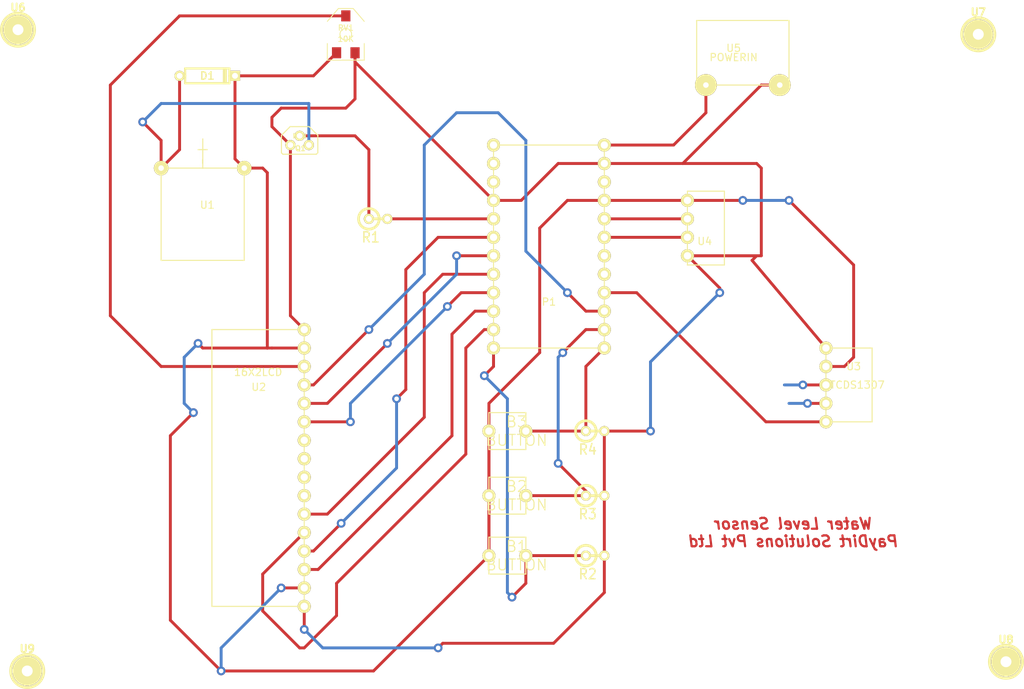
<source format=kicad_pcb>
(kicad_pcb (version 3) (host pcbnew "(2013-07-07 BZR 4022)-stable")

  (general
    (links 45)
    (no_connects 2)
    (area 32.531334 72.367 175.748666 168.044)
    (thickness 1.6)
    (drawings 1)
    (tracks 201)
    (zones 0)
    (modules 20)
    (nets 23)
  )

  (page A4 portrait)
  (title_block 
    (title "AutoMotor Controller")
    (rev 1)
    (company "PayDirt Solutions Pvt. Ltd.")
    (comment 1 Prototype-10/9/2014)
  )

  (layers
    (15 F.Cu signal)
    (0 B.Cu signal)
    (16 B.Adhes user)
    (17 F.Adhes user)
    (18 B.Paste user)
    (19 F.Paste user)
    (20 B.SilkS user)
    (21 F.SilkS user)
    (22 B.Mask user)
    (23 F.Mask user)
    (24 Dwgs.User user)
    (25 Cmts.User user)
    (26 Eco1.User user)
    (27 Eco2.User user)
    (28 Edge.Cuts user)
  )

  (setup
    (last_trace_width 0.4)
    (trace_clearance 0.15)
    (zone_clearance 0.508)
    (zone_45_only no)
    (trace_min 0.4)
    (segment_width 0.2)
    (edge_width 0.15)
    (via_size 1.2)
    (via_drill 0.635)
    (via_min_size 1.2)
    (via_min_drill 0.508)
    (uvia_size 0.508)
    (uvia_drill 0.127)
    (uvias_allowed no)
    (uvia_min_size 0.508)
    (uvia_min_drill 0.127)
    (pcb_text_width 0.3)
    (pcb_text_size 1.5 1.5)
    (mod_edge_width 0.15)
    (mod_text_size 1.5 1.5)
    (mod_text_width 0.15)
    (pad_size 4.064 4.064)
    (pad_drill 1.5)
    (pad_to_mask_clearance 0.2)
    (aux_axis_origin 0 0)
    (visible_elements 7FFFFBFF)
    (pcbplotparams
      (layerselection 3178497)
      (usegerberextensions true)
      (excludeedgelayer true)
      (linewidth 0.100000)
      (plotframeref false)
      (viasonmask false)
      (mode 1)
      (useauxorigin false)
      (hpglpennumber 1)
      (hpglpenspeed 20)
      (hpglpendiameter 15)
      (hpglpenoverlay 2)
      (psnegative false)
      (psa4output false)
      (plotreference true)
      (plotvalue true)
      (plotothertext true)
      (plotinvisibletext false)
      (padsonsilk false)
      (subtractmaskfromsilk false)
      (outputformat 1)
      (mirror false)
      (drillshape 1)
      (scaleselection 1)
      (outputdirectory ""))
  )

  (net 0 "")
  (net 1 /D5)
  (net 2 /D7)
  (net 3 /TORELOUT)
  (net 4 /V0)
  (net 5 /b1)
  (net 6 /b2)
  (net 7 /b3)
  (net 8 /rw)
  (net 9 GND)
  (net 10 N-000001)
  (net 11 N-0000013)
  (net 12 N-0000014)
  (net 13 N-0000015)
  (net 14 N-0000016)
  (net 15 N-0000017)
  (net 16 N-000002)
  (net 17 N-0000023)
  (net 18 N-000003)
  (net 19 N-000004)
  (net 20 N-000005)
  (net 21 N-000006)
  (net 22 VCC)

  (net_class Default "This is the default net class."
    (clearance 0.15)
    (trace_width 0.4)
    (via_dia 1.2)
    (via_drill 0.635)
    (uvia_dia 0.508)
    (uvia_drill 0.127)
    (add_net "")
    (add_net /D5)
    (add_net /D7)
    (add_net /TORELOUT)
    (add_net /V0)
    (add_net /b1)
    (add_net /b2)
    (add_net /b3)
    (add_net /rw)
    (add_net GND)
    (add_net N-000001)
    (add_net N-0000013)
    (add_net N-0000014)
    (add_net N-0000015)
    (add_net N-0000016)
    (add_net N-0000017)
    (add_net N-000002)
    (add_net N-0000023)
    (add_net N-000003)
    (add_net N-000004)
    (add_net N-000005)
    (add_net N-000006)
    (add_net VCC)
  )

  (module US (layer F.Cu) (tedit 542B05CB) (tstamp 54362ECC)
    (at 128.27 108.585)
    (path /542AAD2C)
    (fp_text reference U4 (at 2.3749 -3.2639) (layer F.SilkS)
      (effects (font (size 1 1) (thickness 0.15)))
    )
    (fp_text value US (at 2.8575 -1.7399) (layer F.SilkS) hide
      (effects (font (size 1 1) (thickness 0.15)))
    )
    (fp_line (start 0 0) (end 0 -10.16) (layer F.SilkS) (width 0.15))
    (fp_line (start 0 -10.16) (end 5.08 -10.16) (layer F.SilkS) (width 0.15))
    (fp_line (start 5.08 -10.16) (end 5.08 0) (layer F.SilkS) (width 0.15))
    (fp_line (start 5.08 0) (end 0 0) (layer F.SilkS) (width 0.15))
    (pad 1 thru_hole circle (at 0 -1.27) (size 1.8 1.8) (drill 1)
      (layers *.Cu *.Mask F.SilkS)
      (net 9 GND)
    )
    (pad 2 thru_hole circle (at 0 -3.81) (size 1.8 1.8) (drill 1)
      (layers *.Cu *.Mask F.SilkS)
      (net 16 N-000002)
    )
    (pad 3 thru_hole circle (at 0 -6.35) (size 1.8 1.8) (drill 1)
      (layers *.Cu *.Mask F.SilkS)
      (net 13 N-0000015)
    )
    (pad 4 thru_hole circle (at 0 -8.89) (size 1.8 1.8) (drill 1)
      (layers *.Cu *.Mask F.SilkS)
      (net 22 VCC)
    )
  )

  (module TO92PN (layer F.Cu) (tedit 50D2C7A2) (tstamp 54363419)
    (at 74.93 91.44 180)
    (path /542AAEAD)
    (fp_text reference Q1 (at -0.1 -1.1 180) (layer F.SilkS)
      (effects (font (size 0.7 0.7) (thickness 0.15)))
    )
    (fp_text value NPN (at 0 0.6 180) (layer F.SilkS)
      (effects (font (size 0.6 0.6) (thickness 0.15)))
    )
    (fp_line (start 1.3 1.9) (end -1.3 1.9) (layer F.SilkS) (width 0.15))
    (fp_line (start -2.5 -1.7) (end -2.3 -1.9) (layer F.SilkS) (width 0.15))
    (fp_line (start -2.3 -1.9) (end 2.3 -1.9) (layer F.SilkS) (width 0.15))
    (fp_line (start 2.3 -1.9) (end 2.5 -1.7) (layer F.SilkS) (width 0.15))
    (fp_line (start 2.5 -1.7) (end 2.5 0.7) (layer F.SilkS) (width 0.15))
    (fp_line (start 2.5 0.7) (end 1.3 1.9) (layer F.SilkS) (width 0.15))
    (fp_line (start -1.3 1.9) (end -2.5 0.7) (layer F.SilkS) (width 0.15))
    (fp_line (start -2.5 0.7) (end -2.5 -1.7) (layer F.SilkS) (width 0.15))
    (pad 1 thru_hole circle (at 1.27 -0.635 180) (size 1.4 1.4) (drill 0.8)
      (layers *.Cu *.Mask F.SilkS)
      (net 9 GND)
    )
    (pad 2 thru_hole circle (at 0 0.635 180) (size 1.4 1.4) (drill 0.8)
      (layers *.Cu *.Mask F.SilkS)
      (net 20 N-000005)
    )
    (pad 3 thru_hole circle (at -1.27 -0.635 180) (size 1.4 1.4) (drill 0.8)
      (layers *.Cu *.Mask F.SilkS)
      (net 21 N-000006)
    )
    (model to-xxx-packages/to92.wrl
      (at (xyz 0 0 0))
      (scale (xyz 1 1 1))
      (rotate (xyz 0 0 0))
    )
  )

  (module RTC (layer F.Cu) (tedit 542B05A3) (tstamp 54362EE9)
    (at 147.32 130.175)
    (path /542AADE0)
    (fp_text reference U3 (at 3.81 -7.62) (layer F.SilkS)
      (effects (font (size 1 1) (thickness 0.15)))
    )
    (fp_text value RTCDS1307 (at 3.81 -5.08) (layer F.SilkS)
      (effects (font (size 1 1) (thickness 0.15)))
    )
    (fp_line (start 0 0) (end 0 -2.54) (layer F.SilkS) (width 0.15))
    (fp_line (start 0 -2.54) (end 0 -10.16) (layer F.SilkS) (width 0.15))
    (fp_line (start 0 -10.16) (end 6.35 -10.16) (layer F.SilkS) (width 0.15))
    (fp_line (start 6.35 -10.16) (end 6.35 0) (layer F.SilkS) (width 0.15))
    (fp_line (start 6.35 0) (end 0 0) (layer F.SilkS) (width 0.15))
    (pad 1 thru_hole circle (at 0 -10.16) (size 1.8 1.8) (drill 1)
      (layers *.Cu *.Mask F.SilkS)
      (net 9 GND)
    )
    (pad 2 thru_hole circle (at 0 -7.62) (size 1.8 1.8) (drill 1)
      (layers *.Cu *.Mask F.SilkS)
      (net 22 VCC)
    )
    (pad 3 thru_hole circle (at 0 -5.08) (size 1.8 1.8) (drill 1)
      (layers *.Cu *.Mask F.SilkS)
      (net 18 N-000003)
    )
    (pad 4 thru_hole circle (at 0 -2.54) (size 1.8 1.8) (drill 1)
      (layers *.Cu *.Mask F.SilkS)
      (net 19 N-000004)
    )
    (pad 5 thru_hole circle (at 0 0) (size 1.8 1.8) (drill 1)
      (layers *.Cu *.Mask F.SilkS)
      (net 10 N-000001)
    )
  )

  (module RELAY5V (layer F.Cu) (tedit 542AC5CA) (tstamp 54362EF6)
    (at 55.88 107.95)
    (path /542AAE96)
    (fp_text reference U1 (at 6.35 -7.62) (layer F.SilkS)
      (effects (font (size 1 1) (thickness 0.15)))
    )
    (fp_text value RALAY5V (at 6.35 -6.35) (layer F.SilkS) hide
      (effects (font (size 1 1) (thickness 0.15)))
    )
    (fp_line (start 6.35 -15.24) (end 5.08 -15.24) (layer F.SilkS) (width 0.15))
    (fp_line (start 5.7277 -12.6746) (end 5.7277 -16.7259) (layer F.SilkS) (width 0.15))
    (fp_line (start 5.7023 -13.3477) (end 5.7023 -13.843) (layer F.SilkS) (width 0.15))
    (fp_line (start 0 0) (end 0 -12.7) (layer F.SilkS) (width 0.15))
    (fp_line (start 0 -12.7) (end 11.43 -12.7) (layer F.SilkS) (width 0.15))
    (fp_line (start 11.43 -12.7) (end 11.43 0) (layer F.SilkS) (width 0.15))
    (fp_line (start 11.43 0) (end 0 0) (layer F.SilkS) (width 0.15))
    (pad 2 thru_hole circle (at 11.43 -12.7) (size 2 2) (drill 0.762)
      (layers *.Cu *.Mask F.SilkS)
      (net 22 VCC)
    )
    (pad 3 thru_hole circle (at 0 -12.7) (size 2 2) (drill 0.762)
      (layers *.Cu *.Mask F.SilkS)
      (net 21 N-000006)
    )
  )

  (module R1 (layer F.Cu) (tedit 200000) (tstamp 54363409)
    (at 85.725 102.235)
    (descr "Resistance verticale")
    (tags R)
    (path /542AAECD)
    (autoplace_cost90 10)
    (autoplace_cost180 10)
    (fp_text reference R1 (at -1.016 2.54) (layer F.SilkS)
      (effects (font (size 1.397 1.27) (thickness 0.2032)))
    )
    (fp_text value R (at -1.143 2.54) (layer F.SilkS) hide
      (effects (font (size 1.397 1.27) (thickness 0.2032)))
    )
    (fp_line (start -1.27 0) (end 1.27 0) (layer F.SilkS) (width 0.381))
    (fp_circle (center -1.27 0) (end -0.635 1.27) (layer F.SilkS) (width 0.381))
    (pad 1 thru_hole circle (at -1.27 0) (size 1.397 1.397) (drill 0.8128)
      (layers *.Cu *.Mask F.SilkS)
      (net 20 N-000005)
    )
    (pad 2 thru_hole circle (at 1.27 0) (size 1.397 1.397) (drill 0.8128)
      (layers *.Cu *.Mask F.SilkS)
      (net 3 /TORELOUT)
    )
    (model discret/verti_resistor.wrl
      (at (xyz 0 0 0))
      (scale (xyz 1 1 1))
      (rotate (xyz 0 0 0))
    )
  )

  (module R1 (layer F.Cu) (tedit 200000) (tstamp 54362F06)
    (at 115.57 131.445)
    (descr "Resistance verticale")
    (tags R)
    (path /54317E27)
    (autoplace_cost90 10)
    (autoplace_cost180 10)
    (fp_text reference R4 (at -1.016 2.54) (layer F.SilkS)
      (effects (font (size 1.397 1.27) (thickness 0.2032)))
    )
    (fp_text value 330 (at -1.143 2.54) (layer F.SilkS) hide
      (effects (font (size 1.397 1.27) (thickness 0.2032)))
    )
    (fp_line (start -1.27 0) (end 1.27 0) (layer F.SilkS) (width 0.381))
    (fp_circle (center -1.27 0) (end -0.635 1.27) (layer F.SilkS) (width 0.381))
    (pad 1 thru_hole circle (at -1.27 0) (size 1.397 1.397) (drill 0.8128)
      (layers *.Cu *.Mask F.SilkS)
      (net 7 /b3)
    )
    (pad 2 thru_hole circle (at 1.27 0) (size 1.397 1.397) (drill 0.8128)
      (layers *.Cu *.Mask F.SilkS)
      (net 9 GND)
    )
    (model discret/verti_resistor.wrl
      (at (xyz 0 0 0))
      (scale (xyz 1 1 1))
      (rotate (xyz 0 0 0))
    )
  )

  (module R1 (layer F.Cu) (tedit 200000) (tstamp 54362F0E)
    (at 115.57 140.335)
    (descr "Resistance verticale")
    (tags R)
    (path /54317E18)
    (autoplace_cost90 10)
    (autoplace_cost180 10)
    (fp_text reference R3 (at -1.016 2.54) (layer F.SilkS)
      (effects (font (size 1.397 1.27) (thickness 0.2032)))
    )
    (fp_text value 330 (at -1.143 2.54) (layer F.SilkS) hide
      (effects (font (size 1.397 1.27) (thickness 0.2032)))
    )
    (fp_line (start -1.27 0) (end 1.27 0) (layer F.SilkS) (width 0.381))
    (fp_circle (center -1.27 0) (end -0.635 1.27) (layer F.SilkS) (width 0.381))
    (pad 1 thru_hole circle (at -1.27 0) (size 1.397 1.397) (drill 0.8128)
      (layers *.Cu *.Mask F.SilkS)
      (net 6 /b2)
    )
    (pad 2 thru_hole circle (at 1.27 0) (size 1.397 1.397) (drill 0.8128)
      (layers *.Cu *.Mask F.SilkS)
      (net 9 GND)
    )
    (model discret/verti_resistor.wrl
      (at (xyz 0 0 0))
      (scale (xyz 1 1 1))
      (rotate (xyz 0 0 0))
    )
  )

  (module R1 (layer F.Cu) (tedit 200000) (tstamp 54362F16)
    (at 115.57 148.59)
    (descr "Resistance verticale")
    (tags R)
    (path /54317DFF)
    (autoplace_cost90 10)
    (autoplace_cost180 10)
    (fp_text reference R2 (at -1.016 2.54) (layer F.SilkS)
      (effects (font (size 1.397 1.27) (thickness 0.2032)))
    )
    (fp_text value 330 (at -1.143 2.54) (layer F.SilkS) hide
      (effects (font (size 1.397 1.27) (thickness 0.2032)))
    )
    (fp_line (start -1.27 0) (end 1.27 0) (layer F.SilkS) (width 0.381))
    (fp_circle (center -1.27 0) (end -0.635 1.27) (layer F.SilkS) (width 0.381))
    (pad 1 thru_hole circle (at -1.27 0) (size 1.397 1.397) (drill 0.8128)
      (layers *.Cu *.Mask F.SilkS)
      (net 5 /b1)
    )
    (pad 2 thru_hole circle (at 1.27 0) (size 1.397 1.397) (drill 0.8128)
      (layers *.Cu *.Mask F.SilkS)
      (net 9 GND)
    )
    (model discret/verti_resistor.wrl
      (at (xyz 0 0 0))
      (scale (xyz 1 1 1))
      (rotate (xyz 0 0 0))
    )
  )

  (module PROMINI (layer F.Cu) (tedit 542B04DE) (tstamp 54362F3B)
    (at 101.6 120.015)
    (path /542AAB35)
    (fp_text reference P1 (at 7.62 -6.35) (layer F.SilkS)
      (effects (font (size 1 1) (thickness 0.15)))
    )
    (fp_text value PROMINI (at 7.62 -5.08) (layer F.SilkS) hide
      (effects (font (size 1 1) (thickness 0.15)))
    )
    (fp_line (start 0 -27.94) (end 15.24 -27.94) (layer F.SilkS) (width 0.15))
    (fp_line (start 15.24 -27.94) (end 15.24 0) (layer F.SilkS) (width 0.15))
    (fp_line (start 15.24 0) (end 0 0) (layer F.SilkS) (width 0.15))
    (fp_line (start 0 0) (end 0 -15.24) (layer F.SilkS) (width 0.15))
    (fp_line (start 0 -15.24) (end 0 -17.78) (layer F.SilkS) (width 0.15))
    (fp_line (start 0 -17.78) (end 0 -20.32) (layer F.SilkS) (width 0.15))
    (fp_line (start 0 -20.32) (end 0 -22.86) (layer F.SilkS) (width 0.15))
    (fp_line (start 0 -22.86) (end 0 -25.4) (layer F.SilkS) (width 0.15))
    (fp_line (start 0 -25.4) (end 0 -27.94) (layer F.SilkS) (width 0.15))
    (pad 1 thru_hole circle (at 0 -27.94) (size 1.8 1.8) (drill 1)
      (layers *.Cu *.Mask F.SilkS)
    )
    (pad 2 thru_hole circle (at 0 -25.4) (size 1.8 1.8) (drill 1)
      (layers *.Cu *.Mask F.SilkS)
    )
    (pad 3 thru_hole circle (at 0 -22.86) (size 1.8 1.8) (drill 1)
      (layers *.Cu *.Mask F.SilkS)
    )
    (pad 4 thru_hole circle (at 0 -20.32) (size 1.8 1.8) (drill 1)
      (layers *.Cu *.Mask F.SilkS)
      (net 9 GND)
    )
    (pad 5 thru_hole circle (at 0 -17.78) (size 1.8 1.8) (drill 1)
      (layers *.Cu *.Mask F.SilkS)
      (net 3 /TORELOUT)
    )
    (pad 6 thru_hole circle (at 0 -15.24) (size 1.8 1.8) (drill 1)
      (layers *.Cu *.Mask F.SilkS)
      (net 11 N-0000013)
    )
    (pad 7 thru_hole circle (at 0 -12.7) (size 1.8 1.8) (drill 1)
      (layers *.Cu *.Mask F.SilkS)
      (net 8 /rw)
    )
    (pad 8 thru_hole circle (at 0 -10.16) (size 1.8 1.8) (drill 1)
      (layers *.Cu *.Mask F.SilkS)
      (net 15 N-0000017)
    )
    (pad 9 thru_hole circle (at 0 -7.62) (size 1.8 1.8) (drill 1)
      (layers *.Cu *.Mask F.SilkS)
      (net 14 N-0000016)
    )
    (pad 10 thru_hole circle (at 0 -5.08) (size 1.8 1.8) (drill 1)
      (layers *.Cu *.Mask F.SilkS)
      (net 2 /D7)
    )
    (pad 11 thru_hole circle (at 0 -2.54) (size 1.8 1.8) (drill 1)
      (layers *.Cu *.Mask F.SilkS)
      (net 1 /D5)
    )
    (pad 12 thru_hole circle (at 0 0) (size 1.8 1.8) (drill 1)
      (layers *.Cu *.Mask F.SilkS)
      (net 5 /b1)
    )
    (pad 13 thru_hole circle (at 15.24 0) (size 1.8 1.8) (drill 1)
      (layers *.Cu *.Mask F.SilkS)
      (net 7 /b3)
    )
    (pad 14 thru_hole circle (at 15.24 -2.54) (size 1.8 1.8) (drill 1)
      (layers *.Cu *.Mask F.SilkS)
      (net 6 /b2)
    )
    (pad 15 thru_hole circle (at 15.24 -5.08) (size 1.8 1.8) (drill 1)
      (layers *.Cu *.Mask F.SilkS)
      (net 17 N-0000023)
    )
    (pad 16 thru_hole circle (at 15.24 -7.62) (size 1.8 1.8) (drill 1)
      (layers *.Cu *.Mask F.SilkS)
      (net 10 N-000001)
    )
    (pad 17 thru_hole circle (at 15.24 -10.16) (size 1.8 1.8) (drill 1)
      (layers *.Cu *.Mask F.SilkS)
      (net 19 N-000004)
    )
    (pad 18 thru_hole circle (at 15.24 -12.7) (size 1.8 1.8) (drill 1)
      (layers *.Cu *.Mask F.SilkS)
      (net 18 N-000003)
    )
    (pad 19 thru_hole circle (at 15.24 -15.24) (size 1.8 1.8) (drill 1)
      (layers *.Cu *.Mask F.SilkS)
      (net 16 N-000002)
    )
    (pad 20 thru_hole circle (at 15.24 -17.78) (size 1.8 1.8) (drill 1)
      (layers *.Cu *.Mask F.SilkS)
      (net 13 N-0000015)
    )
    (pad 21 thru_hole circle (at 15.24 -20.32) (size 1.8 1.8) (drill 1)
      (layers *.Cu *.Mask F.SilkS)
      (net 22 VCC)
    )
    (pad 22 thru_hole circle (at 15.24 -22.86) (size 1.8 1.8) (drill 1)
      (layers *.Cu *.Mask F.SilkS)
    )
    (pad 23 thru_hole circle (at 15.24 -25.4) (size 1.8 1.8) (drill 1)
      (layers *.Cu *.Mask F.SilkS)
      (net 9 GND)
    )
    (pad 24 thru_hole circle (at 15.24 -27.94) (size 1.8 1.8) (drill 1)
      (layers *.Cu *.Mask F.SilkS)
      (net 12 N-0000014)
    )
  )

  (module POWERPRO (layer F.Cu) (tedit 542AC555) (tstamp 54362F45)
    (at 129.54 83.82)
    (path /542AACE6)
    (fp_text reference U5 (at 5.08 -5.08) (layer F.SilkS)
      (effects (font (size 1 1) (thickness 0.15)))
    )
    (fp_text value POWERIN (at 5.08 -3.81) (layer F.SilkS)
      (effects (font (size 1 1) (thickness 0.15)))
    )
    (fp_line (start 12.7 0) (end 12.7 -8.89) (layer F.SilkS) (width 0.15))
    (fp_line (start 12.7 -8.89) (end 0 -8.89) (layer F.SilkS) (width 0.15))
    (fp_line (start 0 -8.89) (end 0 0) (layer F.SilkS) (width 0.15))
    (fp_line (start 0 0) (end 12.7 0) (layer F.SilkS) (width 0.15))
    (pad 1 thru_hole circle (at 1.27 0) (size 3 3) (drill 0.762)
      (layers *.Cu *.Mask F.SilkS)
      (net 12 N-0000014)
    )
    (pad 2 thru_hole circle (at 11.43 0) (size 3 3) (drill 0.762)
      (layers *.Cu *.Mask F.SilkS)
      (net 9 GND)
    )
  )

  (module POT_CMS (layer F.Cu) (tedit 3D638D33) (tstamp 54362F53)
    (at 81.28 76.835)
    (descr "module CMS Potentiometre")
    (tags "CMS POT")
    (path /542AB0E8)
    (attr smd)
    (fp_text reference RV1 (at 0 -0.88646) (layer F.SilkS)
      (effects (font (size 0.762 0.762) (thickness 0.127)))
    )
    (fp_text value 10K (at 0 0.635) (layer F.SilkS)
      (effects (font (size 0.762 0.762) (thickness 0.127)))
    )
    (fp_line (start -2.54 1.27) (end -2.54 3.556) (layer F.SilkS) (width 0.127))
    (fp_line (start -2.54 3.556) (end 2.54 3.556) (layer F.SilkS) (width 0.127))
    (fp_line (start 2.54 3.556) (end 2.54 1.27) (layer F.SilkS) (width 0.127))
    (fp_line (start -2.54 -1.778) (end -1.016 -3.556) (layer F.SilkS) (width 0.127))
    (fp_line (start -1.016 -3.556) (end 1.016 -3.556) (layer F.SilkS) (width 0.127))
    (fp_line (start 1.016 -3.556) (end 2.54 -1.778) (layer F.SilkS) (width 0.127))
    (fp_circle (center 0 0) (end 0.254 -0.762) (layer F.SilkS) (width 0.127))
    (pad 1 smd rect (at -1.27 2.54) (size 1.27 1.524)
      (layers F.Cu F.Paste F.Mask)
      (net 22 VCC)
    )
    (pad 2 smd rect (at 0 -2.54) (size 1.27 1.524)
      (layers F.Cu F.Paste F.Mask)
      (net 4 /V0)
    )
    (pad 3 smd rect (at 1.27 2.54) (size 1.27 1.524)
      (layers F.Cu F.Paste F.Mask)
      (net 9 GND)
    )
  )

  (module D3 (layer F.Cu) (tedit 200000) (tstamp 54362F63)
    (at 62.23 82.55)
    (descr "Diode 3 pas")
    (tags "DIODE DEV")
    (path /542AB024)
    (fp_text reference D1 (at 0 0) (layer F.SilkS)
      (effects (font (size 1.016 1.016) (thickness 0.2032)))
    )
    (fp_text value DIODE (at 0 0) (layer F.SilkS) hide
      (effects (font (size 1.016 1.016) (thickness 0.2032)))
    )
    (fp_line (start 3.81 0) (end 3.048 0) (layer F.SilkS) (width 0.3048))
    (fp_line (start 3.048 0) (end 3.048 -1.016) (layer F.SilkS) (width 0.3048))
    (fp_line (start 3.048 -1.016) (end -3.048 -1.016) (layer F.SilkS) (width 0.3048))
    (fp_line (start -3.048 -1.016) (end -3.048 0) (layer F.SilkS) (width 0.3048))
    (fp_line (start -3.048 0) (end -3.81 0) (layer F.SilkS) (width 0.3048))
    (fp_line (start -3.048 0) (end -3.048 1.016) (layer F.SilkS) (width 0.3048))
    (fp_line (start -3.048 1.016) (end 3.048 1.016) (layer F.SilkS) (width 0.3048))
    (fp_line (start 3.048 1.016) (end 3.048 0) (layer F.SilkS) (width 0.3048))
    (fp_line (start 2.54 -1.016) (end 2.54 1.016) (layer F.SilkS) (width 0.3048))
    (fp_line (start 2.286 1.016) (end 2.286 -1.016) (layer F.SilkS) (width 0.3048))
    (pad 2 thru_hole rect (at 3.81 0) (size 1.397 1.397) (drill 0.8128)
      (layers *.Cu *.Mask F.SilkS)
      (net 22 VCC)
    )
    (pad 1 thru_hole circle (at -3.81 0) (size 1.397 1.397) (drill 0.8128)
      (layers *.Cu *.Mask F.SilkS)
      (net 21 N-000006)
    )
    (model discret/diode.wrl
      (at (xyz 0 0 0))
      (scale (xyz 0.3 0.3 0.3))
      (rotate (xyz 0 0 0))
    )
  )

  (module button (layer F.Cu) (tedit 542B0EA1) (tstamp 54362F6D)
    (at 100.965 151.13)
    (path /542B1057)
    (fp_text reference B1 (at 3.81 -3.81) (layer F.SilkS)
      (effects (font (size 1.5 1.5) (thickness 0.15)))
    )
    (fp_text value BUTTON (at 3.81 -1.27) (layer F.SilkS)
      (effects (font (size 1.5 1.5) (thickness 0.15)))
    )
    (fp_line (start 0 0) (end 5.08 0) (layer F.SilkS) (width 0.15))
    (fp_line (start 5.08 0) (end 5.08 -5.08) (layer F.SilkS) (width 0.15))
    (fp_line (start 5.08 -5.08) (end 0 -5.08) (layer F.SilkS) (width 0.15))
    (fp_line (start 0 -5.08) (end 0 0) (layer F.SilkS) (width 0.15))
    (pad 1 thru_hole circle (at 0 -2.54) (size 1.8 1.8) (drill 1)
      (layers *.Cu *.Mask F.SilkS)
      (net 22 VCC)
    )
    (pad 2 thru_hole circle (at 5.08 -2.54) (size 1.8 1.8) (drill 1)
      (layers *.Cu *.Mask F.SilkS)
      (net 5 /b1)
    )
  )

  (module button (layer F.Cu) (tedit 542B0EA1) (tstamp 54362F77)
    (at 100.965 142.875)
    (path /542B1067)
    (fp_text reference B2 (at 3.81 -3.81) (layer F.SilkS)
      (effects (font (size 1.5 1.5) (thickness 0.15)))
    )
    (fp_text value BUTTON (at 3.81 -1.27) (layer F.SilkS)
      (effects (font (size 1.5 1.5) (thickness 0.15)))
    )
    (fp_line (start 0 0) (end 5.08 0) (layer F.SilkS) (width 0.15))
    (fp_line (start 5.08 0) (end 5.08 -5.08) (layer F.SilkS) (width 0.15))
    (fp_line (start 5.08 -5.08) (end 0 -5.08) (layer F.SilkS) (width 0.15))
    (fp_line (start 0 -5.08) (end 0 0) (layer F.SilkS) (width 0.15))
    (pad 1 thru_hole circle (at 0 -2.54) (size 1.8 1.8) (drill 1)
      (layers *.Cu *.Mask F.SilkS)
      (net 22 VCC)
    )
    (pad 2 thru_hole circle (at 5.08 -2.54) (size 1.8 1.8) (drill 1)
      (layers *.Cu *.Mask F.SilkS)
      (net 6 /b2)
    )
  )

  (module button (layer F.Cu) (tedit 542B0EA1) (tstamp 54362F81)
    (at 100.965 133.985)
    (path /542B1076)
    (fp_text reference B3 (at 3.81 -3.81) (layer F.SilkS)
      (effects (font (size 1.5 1.5) (thickness 0.15)))
    )
    (fp_text value BUTTON (at 3.81 -1.27) (layer F.SilkS)
      (effects (font (size 1.5 1.5) (thickness 0.15)))
    )
    (fp_line (start 0 0) (end 5.08 0) (layer F.SilkS) (width 0.15))
    (fp_line (start 5.08 0) (end 5.08 -5.08) (layer F.SilkS) (width 0.15))
    (fp_line (start 5.08 -5.08) (end 0 -5.08) (layer F.SilkS) (width 0.15))
    (fp_line (start 0 -5.08) (end 0 0) (layer F.SilkS) (width 0.15))
    (pad 1 thru_hole circle (at 0 -2.54) (size 1.8 1.8) (drill 1)
      (layers *.Cu *.Mask F.SilkS)
      (net 22 VCC)
    )
    (pad 2 thru_hole circle (at 5.08 -2.54) (size 1.8 1.8) (drill 1)
      (layers *.Cu *.Mask F.SilkS)
      (net 7 /b3)
    )
  )

  (module 1pin (layer F.Cu) (tedit 54363B16) (tstamp 54362F87)
    (at 36.195 76.2)
    (descr "module 1 pin (ou trou mecanique de percage)")
    (tags DEV)
    (path /542B80E0)
    (fp_text reference U6 (at 0 -3.048) (layer F.SilkS)
      (effects (font (size 1.016 1.016) (thickness 0.254)))
    )
    (fp_text value MARKER (at 0 2.794) (layer F.SilkS) hide
      (effects (font (size 1.016 1.016) (thickness 0.254)))
    )
    (fp_circle (center 0 0) (end 0 -2.286) (layer F.SilkS) (width 0.381))
    (pad 1 thru_hole circle (at 0 0) (size 4.064 4.064) (drill 1.5)
      (layers *.Cu *.Mask F.SilkS)
    )
  )

  (module 1pin (layer F.Cu) (tedit 54363B27) (tstamp 54362F8D)
    (at 172.085 163.195)
    (descr "module 1 pin (ou trou mecanique de percage)")
    (tags DEV)
    (path /542B80EF)
    (fp_text reference U8 (at 0 -3.048) (layer F.SilkS)
      (effects (font (size 1.016 1.016) (thickness 0.254)))
    )
    (fp_text value MARKER (at 0 2.794) (layer F.SilkS) hide
      (effects (font (size 1.016 1.016) (thickness 0.254)))
    )
    (fp_circle (center 0 0) (end 0 -2.286) (layer F.SilkS) (width 0.381))
    (pad 1 thru_hole circle (at 0 0) (size 4.064 4.064) (drill 1.5)
      (layers *.Cu *.Mask F.SilkS)
    )
  )

  (module 1pin (layer F.Cu) (tedit 54363B1D) (tstamp 54362F93)
    (at 37.465 164.465)
    (descr "module 1 pin (ou trou mecanique de percage)")
    (tags DEV)
    (path /542B80FE)
    (fp_text reference U9 (at 0 -3.048) (layer F.SilkS)
      (effects (font (size 1.016 1.016) (thickness 0.254)))
    )
    (fp_text value MARKER (at 0 2.794) (layer F.SilkS) hide
      (effects (font (size 1.016 1.016) (thickness 0.254)))
    )
    (fp_circle (center 0 0) (end 0 -2.286) (layer F.SilkS) (width 0.381))
    (pad 1 thru_hole circle (at 0 0) (size 4.064 4.064) (drill 1.5)
      (layers *.Cu *.Mask F.SilkS)
    )
  )

  (module 1pin (layer F.Cu) (tedit 54363B0B) (tstamp 54362F99)
    (at 168.275 76.835)
    (descr "module 1 pin (ou trou mecanique de percage)")
    (tags DEV)
    (path /542B810D)
    (fp_text reference U7 (at 0 -3.048) (layer F.SilkS)
      (effects (font (size 1.016 1.016) (thickness 0.254)))
    )
    (fp_text value MARKER (at 0 2.794) (layer F.SilkS) hide
      (effects (font (size 1.016 1.016) (thickness 0.254)))
    )
    (fp_circle (center 0 0) (end 0 -2.286) (layer F.SilkS) (width 0.381))
    (pad 1 thru_hole circle (at 0 0) (size 4.064 4.064) (drill 1.5)
      (layers *.Cu *.Mask F.SilkS)
    )
  )

  (module 16X2LCD (layer F.Cu) (tedit 542B0570) (tstamp 54362FB1)
    (at 75.565 117.475 180)
    (path /542AB272)
    (fp_text reference U2 (at 6.26 -7.92 180) (layer F.SilkS)
      (effects (font (size 1 1) (thickness 0.15)))
    )
    (fp_text value 16X2LCD (at 6.34 -5.87 180) (layer F.SilkS)
      (effects (font (size 1 1) (thickness 0.15)))
    )
    (fp_line (start 0 0) (end 0 -38.1) (layer F.SilkS) (width 0.15))
    (fp_line (start 0 -38.1) (end 12.7 -38.1) (layer F.SilkS) (width 0.15))
    (fp_line (start 12.7 -38.1) (end 12.7 0) (layer F.SilkS) (width 0.15))
    (fp_line (start 12.7 0) (end 0 0) (layer F.SilkS) (width 0.15))
    (pad 1 thru_hole circle (at 0 -38.1 180) (size 1.8 1.8) (drill 1)
      (layers *.Cu *.Mask F.SilkS)
      (net 9 GND)
    )
    (pad 2 thru_hole circle (at 0 -35.56 180) (size 1.8 1.8) (drill 1)
      (layers *.Cu *.Mask F.SilkS)
      (net 22 VCC)
    )
    (pad 3 thru_hole circle (at 0 -33.02 180) (size 1.8 1.8) (drill 1)
      (layers *.Cu *.Mask F.SilkS)
      (net 2 /D7)
    )
    (pad 4 thru_hole circle (at 0 -30.48 180) (size 1.8 1.8) (drill 1)
      (layers *.Cu *.Mask F.SilkS)
      (net 11 N-0000013)
    )
    (pad 5 thru_hole circle (at 0 -27.94 180) (size 1.8 1.8) (drill 1)
      (layers *.Cu *.Mask F.SilkS)
      (net 1 /D5)
    )
    (pad 6 thru_hole circle (at 0 -25.4 180) (size 1.8 1.8) (drill 1)
      (layers *.Cu *.Mask F.SilkS)
      (net 15 N-0000017)
    )
    (pad 7 thru_hole circle (at 0 -22.86 180) (size 1.8 1.8) (drill 1)
      (layers *.Cu *.Mask F.SilkS)
    )
    (pad 8 thru_hole circle (at 0 -20.32 180) (size 1.8 1.8) (drill 1)
      (layers *.Cu *.Mask F.SilkS)
    )
    (pad 9 thru_hole circle (at 0 -17.78 180) (size 1.8 1.8) (drill 1)
      (layers *.Cu *.Mask F.SilkS)
    )
    (pad 10 thru_hole circle (at 0 -15.24 180) (size 1.8 1.8) (drill 1)
      (layers *.Cu *.Mask F.SilkS)
    )
    (pad 11 thru_hole circle (at 0 -12.7 180) (size 1.8 1.8) (drill 1)
      (layers *.Cu *.Mask F.SilkS)
      (net 14 N-0000016)
    )
    (pad 12 thru_hole circle (at 0 -10.16 180) (size 1.8 1.8) (drill 1)
      (layers *.Cu *.Mask F.SilkS)
      (net 8 /rw)
    )
    (pad 13 thru_hole circle (at 0 -7.62 180) (size 1.8 1.8) (drill 1)
      (layers *.Cu *.Mask F.SilkS)
      (net 17 N-0000023)
    )
    (pad 14 thru_hole circle (at 0 -5.08 180) (size 1.8 1.8) (drill 1)
      (layers *.Cu *.Mask F.SilkS)
      (net 4 /V0)
    )
    (pad 15 thru_hole circle (at 0 -2.54 180) (size 1.8 1.8) (drill 1)
      (layers *.Cu *.Mask F.SilkS)
      (net 22 VCC)
    )
    (pad 16 thru_hole circle (at 0 0 180) (size 1.8 1.8) (drill 1)
      (layers *.Cu *.Mask F.SilkS)
      (net 9 GND)
    )
  )

  (gr_text "Water Level Sensor\nPayDirt Solutions Pvt Ltd" (at 142.875 145.415) (layer F.Cu)
    (effects (font (size 1.5 1.5) (thickness 0.3) italic) (justify mirror))
  )

  (segment (start 101.6 117.475) (end 100.33 117.475) (width 0.4) (layer F.Cu) (net 1))
  (segment (start 69.85 151.13) (end 75.565 145.415) (width 0.4) (layer F.Cu) (net 1) (tstamp 54363621))
  (segment (start 69.85 156.21) (end 69.85 151.13) (width 0.4) (layer F.Cu) (net 1) (tstamp 5436361D))
  (segment (start 74.93 161.29) (end 69.85 156.21) (width 0.4) (layer F.Cu) (net 1) (tstamp 5436361C))
  (segment (start 75.565 161.29) (end 74.93 161.29) (width 0.4) (layer F.Cu) (net 1) (tstamp 5436361A))
  (segment (start 80.01 156.845) (end 75.565 161.29) (width 0.4) (layer F.Cu) (net 1) (tstamp 54363618))
  (segment (start 80.01 152.4) (end 80.01 156.845) (width 0.4) (layer F.Cu) (net 1) (tstamp 54363610))
  (segment (start 97.79 134.62) (end 80.01 152.4) (width 0.4) (layer F.Cu) (net 1) (tstamp 5436360B))
  (segment (start 97.79 120.015) (end 97.79 134.62) (width 0.4) (layer F.Cu) (net 1) (tstamp 54363605))
  (segment (start 100.33 117.475) (end 97.79 120.015) (width 0.4) (layer F.Cu) (net 1) (tstamp 54363601))
  (segment (start 75.565 150.495) (end 77.47 150.495) (width 0.4) (layer F.Cu) (net 2))
  (segment (start 99.06 114.935) (end 101.6 114.935) (width 0.4) (layer F.Cu) (net 2) (tstamp 54363563))
  (segment (start 95.885 118.11) (end 99.06 114.935) (width 0.4) (layer F.Cu) (net 2) (tstamp 54363560))
  (segment (start 95.885 132.08) (end 95.885 118.11) (width 0.4) (layer F.Cu) (net 2) (tstamp 5436355B))
  (segment (start 77.47 150.495) (end 95.885 132.08) (width 0.4) (layer F.Cu) (net 2) (tstamp 54363553))
  (segment (start 86.995 102.235) (end 101.6 102.235) (width 0.4) (layer F.Cu) (net 3))
  (segment (start 81.28 74.295) (end 58.42 74.295) (width 0.4) (layer F.Cu) (net 4))
  (segment (start 55.88 122.555) (end 75.565 122.555) (width 0.4) (layer F.Cu) (net 4) (tstamp 5436353D))
  (segment (start 48.895 115.57) (end 55.88 122.555) (width 0.4) (layer F.Cu) (net 4) (tstamp 54363537))
  (segment (start 48.895 83.82) (end 48.895 115.57) (width 0.4) (layer F.Cu) (net 4) (tstamp 54363534))
  (segment (start 58.42 74.295) (end 48.895 83.82) (width 0.4) (layer F.Cu) (net 4) (tstamp 54363530))
  (segment (start 101.6 120.015) (end 101.6 122.555) (width 0.4) (layer F.Cu) (net 5))
  (segment (start 106.045 152.4) (end 106.045 148.59) (width 0.4) (layer F.Cu) (net 5) (tstamp 54363683))
  (segment (start 104.14 154.305) (end 106.045 152.4) (width 0.4) (layer F.Cu) (net 5) (tstamp 54363682))
  (via (at 104.14 154.305) (size 1.2) (layers F.Cu B.Cu) (net 5))
  (segment (start 103.505 153.67) (end 104.14 154.305) (width 0.4) (layer B.Cu) (net 5) (tstamp 5436367D))
  (segment (start 103.505 127) (end 103.505 153.67) (width 0.4) (layer B.Cu) (net 5) (tstamp 5436367C))
  (segment (start 100.33 123.825) (end 103.505 127) (width 0.4) (layer B.Cu) (net 5) (tstamp 5436367B))
  (via (at 100.33 123.825) (size 1.2) (layers F.Cu B.Cu) (net 5))
  (segment (start 101.6 122.555) (end 100.33 123.825) (width 0.4) (layer F.Cu) (net 5) (tstamp 54363673))
  (segment (start 106.045 148.59) (end 114.3 148.59) (width 0.4) (layer F.Cu) (net 5))
  (segment (start 116.84 117.475) (end 114.3 117.475) (width 0.4) (layer F.Cu) (net 6))
  (segment (start 114.3 139.7) (end 114.3 140.335) (width 0.4) (layer F.Cu) (net 6) (tstamp 54363345))
  (segment (start 110.49 135.89) (end 114.3 139.7) (width 0.4) (layer F.Cu) (net 6) (tstamp 54363344))
  (via (at 110.49 135.89) (size 1.2) (layers F.Cu B.Cu) (net 6))
  (segment (start 110.49 121.285) (end 110.49 135.89) (width 0.4) (layer B.Cu) (net 6) (tstamp 5436333B))
  (segment (start 111.125 120.65) (end 110.49 121.285) (width 0.4) (layer B.Cu) (net 6) (tstamp 5436333A))
  (via (at 111.125 120.65) (size 1.2) (layers F.Cu B.Cu) (net 6))
  (segment (start 114.3 117.475) (end 111.125 120.65) (width 0.4) (layer F.Cu) (net 6) (tstamp 54363333))
  (segment (start 106.045 140.335) (end 114.3 140.335) (width 0.4) (layer F.Cu) (net 6))
  (segment (start 114.3 131.445) (end 114.3 122.555) (width 0.4) (layer F.Cu) (net 7))
  (segment (start 114.3 122.555) (end 116.84 120.015) (width 0.4) (layer F.Cu) (net 7) (tstamp 5436332F))
  (segment (start 106.045 131.445) (end 114.3 131.445) (width 0.4) (layer F.Cu) (net 7))
  (via (at 75.565 127.635) (size 1.2) (layers F.Cu B.Cu) (net 8))
  (segment (start 75.565 127.635) (end 78.74 127.635) (width 0.4) (layer F.Cu) (net 8) (tstamp 54365B57))
  (segment (start 96.52 107.315) (end 101.6 107.315) (width 0.4) (layer F.Cu) (net 8) (tstamp 54365B68))
  (via (at 96.52 107.315) (size 1.2) (layers F.Cu B.Cu) (net 8))
  (segment (start 96.52 109.855) (end 96.52 107.315) (width 0.4) (layer B.Cu) (net 8) (tstamp 54365B61))
  (segment (start 86.995 119.38) (end 96.52 109.855) (width 0.4) (layer B.Cu) (net 8) (tstamp 54365B60))
  (via (at 86.995 119.38) (size 1.2) (layers F.Cu B.Cu) (net 8))
  (segment (start 78.74 127.635) (end 86.995 119.38) (width 0.4) (layer F.Cu) (net 8) (tstamp 54365B58))
  (segment (start 75.565 155.575) (end 75.565 158.75) (width 0.4) (layer F.Cu) (net 9) (status 400000))
  (segment (start 116.84 153.67) (end 116.84 148.59) (width 0.4) (layer F.Cu) (net 9) (tstamp 54376C30) (status 800000))
  (segment (start 109.855 160.655) (end 116.84 153.67) (width 0.4) (layer F.Cu) (net 9) (tstamp 54376C2D))
  (segment (start 94.615 160.655) (end 109.855 160.655) (width 0.4) (layer F.Cu) (net 9) (tstamp 54376C2B))
  (segment (start 93.98 161.29) (end 94.615 160.655) (width 0.4) (layer F.Cu) (net 9) (tstamp 54376C2A))
  (via (at 93.98 161.29) (size 1.2) (layers F.Cu B.Cu) (net 9))
  (segment (start 78.105 161.29) (end 93.98 161.29) (width 0.4) (layer B.Cu) (net 9) (tstamp 54376C25))
  (segment (start 75.565 158.75) (end 78.105 161.29) (width 0.4) (layer B.Cu) (net 9) (tstamp 54376C24))
  (via (at 75.565 158.75) (size 1.2) (layers F.Cu B.Cu) (net 9))
  (via (at 128.27 107.315) (size 1.2) (layers F.Cu B.Cu) (net 9))
  (segment (start 128.27 107.315) (end 132.715 111.76) (width 0.4) (layer F.Cu) (net 9) (tstamp 54365A44))
  (segment (start 123.19 131.445) (end 116.84 131.445) (width 0.4) (layer F.Cu) (net 9) (tstamp 54365A4E))
  (via (at 123.19 131.445) (size 1.2) (layers F.Cu B.Cu) (net 9))
  (segment (start 123.19 121.92) (end 123.19 131.445) (width 0.4) (layer B.Cu) (net 9) (tstamp 54365A4A))
  (segment (start 132.715 112.395) (end 123.19 121.92) (width 0.4) (layer B.Cu) (net 9) (tstamp 54365A49))
  (via (at 132.715 112.395) (size 1.2) (layers F.Cu B.Cu) (net 9))
  (segment (start 132.715 111.76) (end 132.715 112.395) (width 0.4) (layer F.Cu) (net 9) (tstamp 54365A45))
  (via (at 75.565 155.575) (size 1.2) (layers F.Cu B.Cu) (net 9))
  (segment (start 82.55 79.375) (end 82.55 85.725) (width 0.4) (layer F.Cu) (net 9))
  (segment (start 71.12 89.535) (end 73.66 92.075) (width 0.4) (layer F.Cu) (net 9) (tstamp 54363526))
  (segment (start 71.12 88.265) (end 71.12 89.535) (width 0.4) (layer F.Cu) (net 9) (tstamp 54363524))
  (segment (start 72.39 86.995) (end 71.12 88.265) (width 0.4) (layer F.Cu) (net 9) (tstamp 54363522))
  (segment (start 81.28 86.995) (end 72.39 86.995) (width 0.4) (layer F.Cu) (net 9) (tstamp 5436351D))
  (segment (start 82.55 85.725) (end 81.28 86.995) (width 0.4) (layer F.Cu) (net 9) (tstamp 54363518))
  (segment (start 82.55 79.375) (end 82.55 80.645) (width 0.4) (layer F.Cu) (net 9))
  (segment (start 82.55 80.645) (end 101.6 99.695) (width 0.4) (layer F.Cu) (net 9) (tstamp 5436342F))
  (segment (start 73.66 92.075) (end 73.66 115.57) (width 0.4) (layer F.Cu) (net 9) (status 10))
  (segment (start 73.66 115.57) (end 75.565 117.475) (width 0.4) (layer F.Cu) (net 9) (tstamp 54363424))
  (segment (start 101.6 99.695) (end 105.41 99.695) (width 0.4) (layer F.Cu) (net 9))
  (segment (start 110.49 94.615) (end 116.84 94.615) (width 0.4) (layer F.Cu) (net 9) (tstamp 54363375))
  (segment (start 105.41 99.695) (end 110.49 94.615) (width 0.4) (layer F.Cu) (net 9) (tstamp 54363370))
  (segment (start 116.84 140.335) (end 116.84 148.59) (width 0.4) (layer F.Cu) (net 9))
  (segment (start 116.84 131.445) (end 116.84 140.335) (width 0.4) (layer F.Cu) (net 9))
  (segment (start 128.27 107.315) (end 137.795 107.315) (width 0.4) (layer F.Cu) (net 9))
  (segment (start 137.16 107.95) (end 147.32 120.015) (width 0.4) (layer F.Cu) (net 9) (tstamp 54363173) (status 20))
  (segment (start 137.795 107.315) (end 137.16 107.95) (width 0.4) (layer F.Cu) (net 9) (tstamp 54363172))
  (segment (start 116.84 94.615) (end 127.635 94.615) (width 0.4) (layer F.Cu) (net 9) (status 10))
  (segment (start 127.635 94.615) (end 137.795 94.615) (width 0.4) (layer F.Cu) (net 9) (tstamp 5436316C))
  (segment (start 138.43 107.315) (end 128.27 107.315) (width 0.4) (layer F.Cu) (net 9) (tstamp 5436316F))
  (segment (start 138.43 95.25) (end 138.43 107.315) (width 0.4) (layer F.Cu) (net 9) (tstamp 5436316E))
  (segment (start 137.795 94.615) (end 138.43 95.25) (width 0.4) (layer F.Cu) (net 9) (tstamp 5436316D))
  (segment (start 138.43 83.82) (end 140.97 83.82) (width 0.4) (layer F.Cu) (net 9) (tstamp 54363168))
  (segment (start 127.635 94.615) (end 138.43 83.82) (width 0.4) (layer F.Cu) (net 9) (tstamp 54363167))
  (segment (start 147.32 130.175) (end 139.065 130.175) (width 0.4) (layer F.Cu) (net 10))
  (segment (start 121.285 112.395) (end 116.84 112.395) (width 0.4) (layer F.Cu) (net 10) (tstamp 54363263) (status 20))
  (segment (start 139.065 130.175) (end 121.285 112.395) (width 0.4) (layer F.Cu) (net 10) (tstamp 5436325D))
  (segment (start 75.565 147.955) (end 76.835 147.955) (width 0.4) (layer F.Cu) (net 11))
  (segment (start 93.98 104.775) (end 101.6 104.775) (width 0.4) (layer F.Cu) (net 11) (tstamp 543635BF))
  (segment (start 89.535 109.22) (end 93.98 104.775) (width 0.4) (layer F.Cu) (net 11) (tstamp 543635BB))
  (segment (start 89.535 125.73) (end 89.535 109.22) (width 0.4) (layer F.Cu) (net 11) (tstamp 543635B9))
  (segment (start 88.265 127) (end 89.535 125.73) (width 0.4) (layer F.Cu) (net 11) (tstamp 543635B8))
  (via (at 88.265 127) (size 1.2) (layers F.Cu B.Cu) (net 11))
  (segment (start 88.265 136.525) (end 88.265 127) (width 0.4) (layer B.Cu) (net 11) (tstamp 543635AA))
  (segment (start 80.645 144.145) (end 88.265 136.525) (width 0.4) (layer B.Cu) (net 11) (tstamp 543635A9))
  (via (at 80.645 144.145) (size 1.2) (layers F.Cu B.Cu) (net 11))
  (segment (start 76.835 147.955) (end 80.645 144.145) (width 0.4) (layer F.Cu) (net 11) (tstamp 543635A4))
  (segment (start 130.81 83.82) (end 130.81 87.63) (width 0.4) (layer F.Cu) (net 12))
  (segment (start 126.365 92.075) (end 116.84 92.075) (width 0.4) (layer F.Cu) (net 12) (tstamp 54363163) (status 20))
  (segment (start 130.81 87.63) (end 126.365 92.075) (width 0.4) (layer F.Cu) (net 12) (tstamp 54363162))
  (segment (start 116.84 102.235) (end 128.27 102.235) (width 0.4) (layer F.Cu) (net 13) (status 10))
  (segment (start 101.6 112.395) (end 97.155 112.395) (width 0.4) (layer F.Cu) (net 14))
  (segment (start 81.915 130.175) (end 75.565 130.175) (width 0.4) (layer F.Cu) (net 14) (tstamp 5436382C))
  (via (at 81.915 130.175) (size 1.2) (layers F.Cu B.Cu) (net 14))
  (segment (start 81.915 127.635) (end 81.915 130.175) (width 0.4) (layer B.Cu) (net 14) (tstamp 54363828))
  (segment (start 95.25 114.3) (end 81.915 127.635) (width 0.4) (layer B.Cu) (net 14) (tstamp 54363827))
  (via (at 95.25 114.3) (size 1.2) (layers F.Cu B.Cu) (net 14))
  (segment (start 97.155 112.395) (end 95.25 114.3) (width 0.4) (layer F.Cu) (net 14) (tstamp 54363823))
  (segment (start 75.565 142.875) (end 78.74 142.875) (width 0.4) (layer F.Cu) (net 15))
  (segment (start 94.615 109.855) (end 101.6 109.855) (width 0.4) (layer F.Cu) (net 15) (tstamp 54363584))
  (segment (start 92.075 112.395) (end 94.615 109.855) (width 0.4) (layer F.Cu) (net 15) (tstamp 54363581))
  (segment (start 92.075 129.54) (end 92.075 112.395) (width 0.4) (layer F.Cu) (net 15) (tstamp 54363579))
  (segment (start 78.74 142.875) (end 92.075 129.54) (width 0.4) (layer F.Cu) (net 15) (tstamp 54363570))
  (segment (start 116.84 104.775) (end 128.27 104.775) (width 0.4) (layer F.Cu) (net 16) (status 10))
  (segment (start 116.84 114.935) (end 114.3 114.935) (width 0.4) (layer F.Cu) (net 17))
  (segment (start 76.835 125.095) (end 75.565 125.095) (width 0.4) (layer F.Cu) (net 17) (tstamp 54363651))
  (segment (start 84.455 117.475) (end 76.835 125.095) (width 0.4) (layer F.Cu) (net 17) (tstamp 54363650))
  (via (at 84.455 117.475) (size 1.2) (layers F.Cu B.Cu) (net 17))
  (segment (start 92.075 109.855) (end 84.455 117.475) (width 0.4) (layer B.Cu) (net 17) (tstamp 5436364A))
  (segment (start 92.075 92.075) (end 92.075 109.855) (width 0.4) (layer B.Cu) (net 17) (tstamp 54363648))
  (segment (start 96.52 87.63) (end 92.075 92.075) (width 0.4) (layer B.Cu) (net 17) (tstamp 54363645))
  (segment (start 102.235 87.63) (end 96.52 87.63) (width 0.4) (layer B.Cu) (net 17) (tstamp 54363642))
  (segment (start 106.045 91.44) (end 102.235 87.63) (width 0.4) (layer B.Cu) (net 17) (tstamp 54363640))
  (segment (start 106.045 106.68) (end 106.045 91.44) (width 0.4) (layer B.Cu) (net 17) (tstamp 54363636))
  (segment (start 111.76 112.395) (end 106.045 106.68) (width 0.4) (layer B.Cu) (net 17) (tstamp 54363635))
  (via (at 111.76 112.395) (size 1.2) (layers F.Cu B.Cu) (net 17))
  (segment (start 114.3 114.935) (end 111.76 112.395) (width 0.4) (layer F.Cu) (net 17) (tstamp 5436362E))
  (via (at 147.32 125.095) (size 1.2) (layers F.Cu B.Cu) (net 18))
  (segment (start 147.32 125.095) (end 144.145 125.095) (width 0.4) (layer F.Cu) (net 18) (tstamp 54365E50))
  (segment (start 144.145 125.095) (end 141.605 125.095) (width 0.4) (layer B.Cu) (net 18) (tstamp 54365E57))
  (via (at 144.145 125.095) (size 1.2) (layers F.Cu B.Cu) (net 18))
  (via (at 147.32 127.635) (size 1.2) (layers F.Cu B.Cu) (net 19))
  (segment (start 147.32 127.635) (end 144.78 127.635) (width 0.4) (layer F.Cu) (net 19) (tstamp 54365E67))
  (segment (start 144.78 127.635) (end 142.24 127.635) (width 0.4) (layer B.Cu) (net 19) (tstamp 54365E6A))
  (via (at 144.78 127.635) (size 1.2) (layers F.Cu B.Cu) (net 19))
  (segment (start 74.93 90.805) (end 82.55 90.805) (width 0.4) (layer F.Cu) (net 20))
  (segment (start 84.455 92.71) (end 84.455 102.235) (width 0.4) (layer F.Cu) (net 20) (tstamp 5436350E))
  (segment (start 82.55 90.805) (end 84.455 92.71) (width 0.4) (layer F.Cu) (net 20) (tstamp 54363508))
  (segment (start 55.88 95.25) (end 55.88 91.44) (width 0.4) (layer F.Cu) (net 21))
  (segment (start 76.2 86.36) (end 76.2 92.075) (width 0.4) (layer B.Cu) (net 21) (tstamp 54376AD2))
  (segment (start 55.88 86.36) (end 76.2 86.36) (width 0.4) (layer B.Cu) (net 21) (tstamp 54376ACC))
  (segment (start 53.34 88.9) (end 55.88 86.36) (width 0.4) (layer B.Cu) (net 21) (tstamp 54376ACB))
  (via (at 53.34 88.9) (size 1.2) (layers F.Cu B.Cu) (net 21))
  (segment (start 55.88 91.44) (end 53.34 88.9) (width 0.4) (layer F.Cu) (net 21) (tstamp 54376AAC))
  (segment (start 58.42 82.55) (end 58.42 92.71) (width 0.4) (layer F.Cu) (net 21))
  (segment (start 58.42 92.71) (end 55.88 95.25) (width 0.4) (layer F.Cu) (net 21) (tstamp 54376A88))
  (segment (start 128.27 99.695) (end 135.89 99.695) (width 0.4) (layer F.Cu) (net 22) (status 400000))
  (segment (start 149.86 122.555) (end 147.32 122.555) (width 0.4) (layer F.Cu) (net 22) (tstamp 54376C5F) (status 800000))
  (segment (start 151.13 121.285) (end 149.86 122.555) (width 0.4) (layer F.Cu) (net 22) (tstamp 54376C5D))
  (segment (start 151.13 108.585) (end 151.13 121.285) (width 0.4) (layer F.Cu) (net 22) (tstamp 54376C5A))
  (segment (start 142.24 99.695) (end 151.13 108.585) (width 0.4) (layer F.Cu) (net 22) (tstamp 54376C59))
  (via (at 142.24 99.695) (size 1.2) (layers F.Cu B.Cu) (net 22))
  (segment (start 135.89 99.695) (end 142.24 99.695) (width 0.4) (layer B.Cu) (net 22) (tstamp 54376C53))
  (via (at 135.89 99.695) (size 1.2) (layers F.Cu B.Cu) (net 22))
  (segment (start 70.485 120.015) (end 61.595 120.015) (width 0.4) (layer F.Cu) (net 22))
  (segment (start 57.15 157.48) (end 64.135 164.465) (width 0.4) (layer F.Cu) (net 22) (tstamp 54376BEB))
  (segment (start 57.15 132.08) (end 57.15 157.48) (width 0.4) (layer F.Cu) (net 22) (tstamp 54376BE8))
  (segment (start 60.325 128.905) (end 57.15 132.08) (width 0.4) (layer F.Cu) (net 22) (tstamp 54376BE7))
  (via (at 60.325 128.905) (size 1.2) (layers F.Cu B.Cu) (net 22))
  (segment (start 59.055 127.635) (end 60.325 128.905) (width 0.4) (layer B.Cu) (net 22) (tstamp 54376BE4))
  (segment (start 59.055 121.285) (end 59.055 127.635) (width 0.4) (layer B.Cu) (net 22) (tstamp 54376BE1))
  (segment (start 60.96 119.38) (end 59.055 121.285) (width 0.4) (layer B.Cu) (net 22) (tstamp 54376BE0))
  (via (at 60.96 119.38) (size 1.2) (layers F.Cu B.Cu) (net 22))
  (segment (start 61.595 120.015) (end 60.96 119.38) (width 0.4) (layer F.Cu) (net 22) (tstamp 54376BDC))
  (segment (start 67.31 95.25) (end 69.85 95.25) (width 0.4) (layer F.Cu) (net 22))
  (segment (start 70.485 95.885) (end 70.485 120.015) (width 0.4) (layer F.Cu) (net 22) (tstamp 54376B4A))
  (segment (start 69.85 95.25) (end 70.485 95.885) (width 0.4) (layer F.Cu) (net 22) (tstamp 54376B47))
  (segment (start 66.04 82.55) (end 76.835 82.55) (width 0.4) (layer F.Cu) (net 22))
  (segment (start 76.835 82.55) (end 80.01 79.375) (width 0.4) (layer F.Cu) (net 22) (tstamp 54376A91))
  (segment (start 66.04 82.55) (end 66.04 93.98) (width 0.4) (layer F.Cu) (net 22))
  (segment (start 66.04 93.98) (end 67.31 95.25) (width 0.4) (layer F.Cu) (net 22) (tstamp 54376A8D))
  (via (at 75.565 153.035) (size 1.2) (layers F.Cu B.Cu) (net 22))
  (segment (start 75.565 153.035) (end 72.39 153.035) (width 0.4) (layer F.Cu) (net 22) (tstamp 543656D6))
  (via (at 64.135 164.465) (size 1.2) (layers F.Cu B.Cu) (net 22))
  (via (at 72.39 153.035) (size 1.2) (layers F.Cu B.Cu) (net 22))
  (segment (start 72.39 153.035) (end 64.135 161.29) (width 0.4) (layer B.Cu) (net 22) (tstamp 543656D9))
  (segment (start 64.135 161.29) (end 64.135 164.465) (width 0.4) (layer B.Cu) (net 22) (tstamp 543656DA))
  (via (at 67.31 95.25) (size 1.2) (layers F.Cu B.Cu) (net 22))
  (segment (start 100.965 131.445) (end 100.965 148.59) (width 0.4) (layer F.Cu) (net 22))
  (segment (start 100.965 148.59) (end 85.09 164.465) (width 0.4) (layer F.Cu) (net 22) (tstamp 5436371F))
  (segment (start 85.09 164.465) (end 64.135 164.465) (width 0.4) (layer F.Cu) (net 22) (tstamp 54363722))
  (segment (start 70.485 120.015) (end 71.12 120.015) (width 0.4) (layer F.Cu) (net 22) (tstamp 543633B0))
  (segment (start 71.12 120.015) (end 75.565 120.015) (width 0.4) (layer F.Cu) (net 22) (tstamp 54363876))
  (segment (start 100.965 131.445) (end 100.965 127.635) (width 0.4) (layer F.Cu) (net 22))
  (segment (start 111.76 99.695) (end 116.84 99.695) (width 0.4) (layer F.Cu) (net 22) (tstamp 5436336C))
  (segment (start 107.95 103.505) (end 111.76 99.695) (width 0.4) (layer F.Cu) (net 22) (tstamp 54363366))
  (segment (start 107.95 120.65) (end 107.95 103.505) (width 0.4) (layer F.Cu) (net 22) (tstamp 54363361))
  (segment (start 100.965 127.635) (end 107.95 120.65) (width 0.4) (layer F.Cu) (net 22) (tstamp 5436335C))
  (segment (start 100.965 140.335) (end 100.965 131.445) (width 0.4) (layer F.Cu) (net 22))
  (segment (start 100.965 148.59) (end 100.965 140.335) (width 0.4) (layer F.Cu) (net 22))
  (segment (start 116.84 99.695) (end 128.27 99.695) (width 0.4) (layer F.Cu) (net 22) (status 10))

)

</source>
